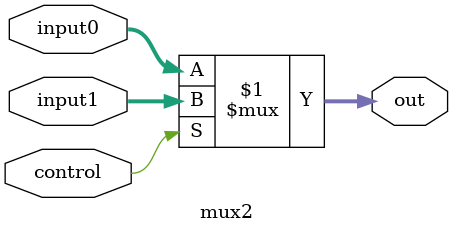
<source format=sv>
module mux2 #(
    parameter DATA_WIDTH = 32
)(
    input   logic                  control,
    input   logic [DATA_WIDTH-1:0] input0,
    input   logic [DATA_WIDTH-1:0] input1,
    output  logic [DATA_WIDTH-1:0] out
);

assign out = control ? input1 : input0;

endmodule

</source>
